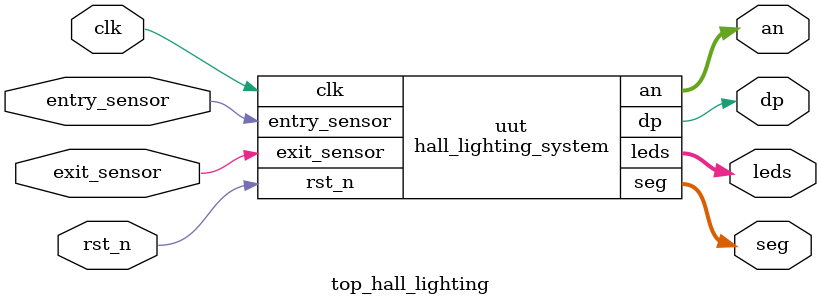
<source format=v>
`timescale 1ns / 1ps





module hall_lighting_system(
    input clk,                    // 100MHz clock
    input rst_n,                  // Active low reset
    input entry_sensor,           // Entry IR sensor input
    input exit_sensor,            // Exit IR sensor input
    output reg [6:0] seg,         // 7-segment display segments (a-g)
    output reg [3:0] an,          // 7-seg digit enables (active low)
    output reg [4:0] leds,        // 5 LEDs for occupancy indication
    output reg dp                 // Decimal point (not used)
);

    parameter MAX_COUNT = 30;     
    parameter DEBOUNCE_LIMIT = 20_000_00; // ~20ms at 100MHz

    reg [4:0] occupancy_count;

    // ====================================================
    // === Entry Sensor Debounce + One-pulse
    // ====================================================
    reg entry_sync0, entry_sync1;
    reg [21:0] entry_debounce_cnt;
    reg entry_stable;
    reg entry_prev;
    wire entry_rising;

    always @(posedge clk or negedge rst_n) begin
        if (!rst_n) begin
            entry_sync0 <= 0; entry_sync1 <= 0;
        end else begin
            entry_sync0 <= entry_sensor;
            entry_sync1 <= entry_sync0;
        end
    end

    always @(posedge clk or negedge rst_n) begin
        if (!rst_n) begin
            entry_debounce_cnt <= 0; entry_stable <= 0;
        end else if (entry_sync1 != entry_stable) begin
            entry_debounce_cnt <= entry_debounce_cnt + 1;
            if (entry_debounce_cnt >= DEBOUNCE_LIMIT) begin
                entry_stable <= entry_sync1;
                entry_debounce_cnt <= 0;
            end
        end else begin
            entry_debounce_cnt <= 0;
        end
    end

    assign entry_rising = (entry_stable & ~entry_prev);

    always @(posedge clk or negedge rst_n) begin
        if (!rst_n) entry_prev <= 0;
        else entry_prev <= entry_stable;
    end

    // ====================================================
    // === Exit Sensor Debounce + One-pulse
    // ====================================================
    reg exit_sync0, exit_sync1;
    reg [21:0] exit_debounce_cnt;
    reg exit_stable;
    reg exit_prev;
    wire exit_rising;

    always @(posedge clk or negedge rst_n) begin
        if (!rst_n) begin
            exit_sync0 <= 0; exit_sync1 <= 0;
        end else begin
            exit_sync0 <= exit_sensor;
            exit_sync1 <= exit_sync0;
        end
    end

    always @(posedge clk or negedge rst_n) begin
        if (!rst_n) begin
            exit_debounce_cnt <= 0; exit_stable <= 0;
        end else if (exit_sync1 != exit_stable) begin
            exit_debounce_cnt <= exit_debounce_cnt + 1;
            if (exit_debounce_cnt >= DEBOUNCE_LIMIT) begin
                exit_stable <= exit_sync1;
                exit_debounce_cnt <= 0;
            end
        end else begin
            exit_debounce_cnt <= 0;
        end
    end

    assign exit_rising = (exit_stable & ~exit_prev);

    always @(posedge clk or negedge rst_n) begin
        if (!rst_n) exit_prev <= 0;
        else exit_prev <= exit_stable;
    end

    // ====================================================
    // === Occupancy Counter
    // ====================================================
    always @(posedge clk or negedge rst_n) begin
        if (!rst_n)
            occupancy_count <= 0;
        else begin
            if (entry_rising && occupancy_count < MAX_COUNT)
                occupancy_count <= occupancy_count + 1;
            else if (exit_rising && occupancy_count > 0)
                occupancy_count <= occupancy_count - 1;
        end
    end

    // ====================================================
    // === LED control (1 LED per 6 people)
    // ====================================================
    always @(posedge clk or negedge rst_n) begin
        if (!rst_n)
            leds <= 5'b00000;
        else begin
            case ((occupancy_count + 5) / 6)
                0: leds <= 5'b00000; 
                1: leds <= 5'b00001; 
                2: leds <= 5'b00011; 
                3: leds <= 5'b00111; 
                4: leds <= 5'b01111; 
                default: leds <= 5'b11111; 
            endcase
        end
    end

    // ====================================================
    // === 7-segment display - FIXED VERSION
    // ====================================================
    reg [6:0] seg_lut [0:9];
    initial begin
                    //  abcdefg
        seg_lut[0] = 7'b1000000; // 0
        seg_lut[1] = 7'b1001111; // 1
        seg_lut[2] = 7'b0100100; // 2  0010010
        seg_lut[3] = 7'b0110000; // 3
        seg_lut[4] = 7'b0011001; // 4
        seg_lut[5] = 7'b0010010; // 5 0100100
        seg_lut[6] = 7'b0000010; // 6
        seg_lut[7] = 7'b1111000; // 7
        seg_lut[8] = 7'b0000000; // 8
        seg_lut[9] = 7'b0010000; // 9
    end

    // Calculate tens and ones digits
    wire [3:0] tens = occupancy_count / 10;
    wire [3:0] ones = occupancy_count % 10;

    // Refresh counter for multiplexing
    reg [15:0] refresh_counter;
    reg [1:0] digit_sel;  // 0 = ones, 1 = tens, 2-3 = off

    always @(posedge clk or negedge rst_n) begin
        if (!rst_n) begin
            refresh_counter <= 0;
            digit_sel <= 0;
        end else begin
            refresh_counter <= refresh_counter + 1;
            if (refresh_counter == 10000) begin  // Faster refresh rate
                digit_sel <= digit_sel + 1;
                refresh_counter <= 0;
            end
        end
    end

    // Display multiplexing logic
    always @(*) begin
        dp = 1'b1; // Decimal point off
        
        case(digit_sel)
            0: begin  // Display ones digit
                seg = seg_lut[ones];
                an = 4'b1110; // Enable rightmost digit
            end
            1: begin  // Display tens digit
                if (occupancy_count >= 10) begin
                    seg = seg_lut[tens];
                end else begin
                    seg = 7'b1111111; // Blank if less than 10
                end
                an = 4'b1101; // Enable second digit from right
            end
            default: begin  // Other digits off
                seg = 7'b1111111;
                an = 4'b1111;
            end
        endcase
    end

endmodule


// Top module for your FPGA board
module top_hall_lighting(
    input clk,
    input rst_n,
    input entry_sensor,
    input exit_sensor,
    output [6:0] seg,
    output [3:0] an,
    output [4:0] leds,
    output dp
);

    hall_lighting_system uut (
        .clk(clk),
        .rst_n(rst_n),
        .entry_sensor(entry_sensor),
        .exit_sensor(exit_sensor),
        .seg(seg),
        .an(an),
        .leds(leds),
        .dp(dp)
    );

endmodule
</source>
